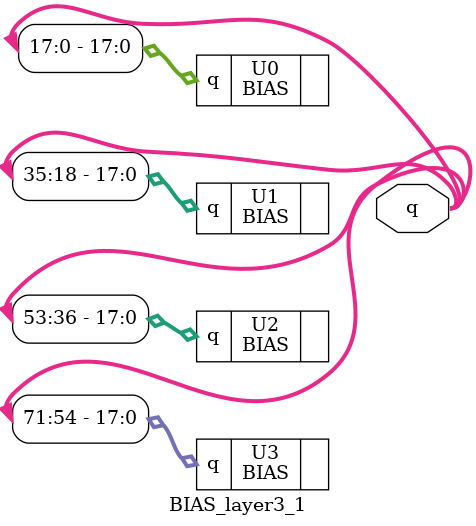
<source format=v>
module BIAS_layer3_1 #(parameter N_adder_tree=4)(q);
output wire [N_adder_tree*18-1:0] q;



BIAS #(.value(18'b111110110100111000)) U0 (.q(q[18*(0+1)-1:18*0])); 
BIAS #(.value(18'b111111111111010100)) U1 (.q(q[18*(1+1)-1:18*1])); 
BIAS #(.value(18'b111010010110110100)) U2 (.q(q[18*(2+1)-1:18*2])); 
BIAS #(.value(18'b000011110111100100)) U3 (.q(q[18*(3+1)-1:18*3])); 
 


endmodule

</source>
